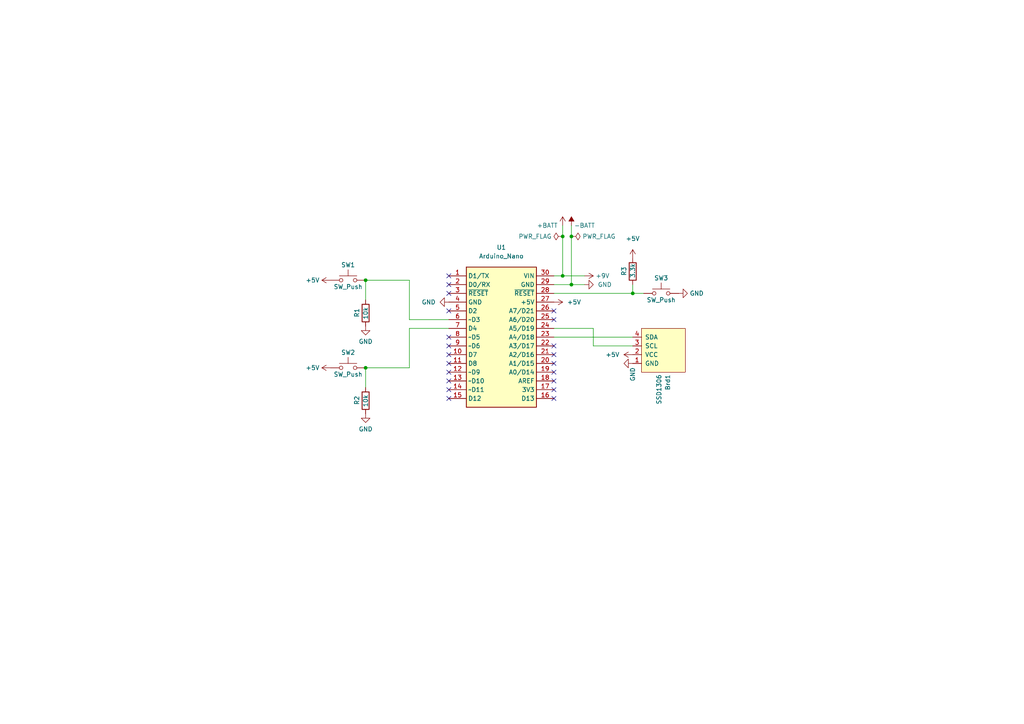
<source format=kicad_sch>
(kicad_sch (version 20211123) (generator eeschema)
  (paper "A4")
  (lib_symbols
    (symbol "Arduino:Arduino_Nano"
      (property "Reference" "U" (at -10.16 24.13 0))
      (property "Value" "Arduino_Nano" (at -10.16 22.86 0))
      (symbol "Arduino_Nano_0_1"
        (rectangle (start -10.16 20.32) (end 10.16 -20.32) (stroke (width 0.254)) (fill (type background)))
      )
      (symbol "Arduino_Nano_1_1"
        (pin bidirectional line (at -15.24 17.78 0) (length 5.08) (name "D1/TX") (number "1"))
        (pin bidirectional line (at -15.24 -5.08 0) (length 5.08) (name "D7") (number "10"))
        (pin bidirectional line (at -15.24 -7.62 0) (length 5.08) (name "D8") (number "11"))
        (pin bidirectional line (at -15.24 -10.16 0) (length 5.08) (name "~D9") (number "12"))
        (pin bidirectional line (at -15.24 -12.7 0) (length 5.08) (name "~D10") (number "13"))
        (pin bidirectional line (at -15.24 -15.24 0) (length 5.08) (name "~D11") (number "14"))
        (pin bidirectional line (at -15.24 -17.78 0) (length 5.08) (name "D12") (number "15"))
        (pin bidirectional line (at 15.24 -17.78 180) (length 5.08) (name "D13") (number "16"))
        (pin power_out line (at 15.24 -15.24 180) (length 5.08) (name "3V3") (number "17"))
        (pin input line (at 15.24 -12.7 180) (length 5.08) (name "AREF") (number "18"))
        (pin bidirectional line (at 15.24 -10.16 180) (length 5.08) (name "A0/D14") (number "19"))
        (pin bidirectional line (at -15.24 15.24 0) (length 5.08) (name "D0/RX") (number "2"))
        (pin bidirectional line (at 15.24 -7.62 180) (length 5.08) (name "A1/D15") (number "20"))
        (pin bidirectional line (at 15.24 -5.08 180) (length 5.08) (name "A2/D16") (number "21"))
        (pin bidirectional line (at 15.24 -2.54 180) (length 5.08) (name "A3/D17") (number "22"))
        (pin bidirectional line (at 15.24 0 180) (length 5.08) (name "A4/D18") (number "23"))
        (pin bidirectional line (at 15.24 2.54 180) (length 5.08) (name "A5/D19") (number "24"))
        (pin bidirectional line (at 15.24 5.08 180) (length 5.08) (name "A6/D20") (number "25"))
        (pin bidirectional line (at 15.24 7.62 180) (length 5.08) (name "A7/D21") (number "26"))
        (pin power_out line (at 15.24 10.16 180) (length 5.08) (name "+5V") (number "27"))
        (pin input line (at 15.24 12.7 180) (length 5.08) (name "~{RESET}") (number "28"))
        (pin power_in line (at 15.24 15.24 180) (length 5.08) (name "GND") (number "29"))
        (pin input line (at -15.24 12.7 0) (length 5.08) (name "~{RESET}") (number "3"))
        (pin power_in line (at 15.24 17.78 180) (length 5.08) (name "VIN") (number "30"))
        (pin power_in line (at -15.24 10.16 0) (length 5.08) (name "GND") (number "4"))
        (pin bidirectional line (at -15.24 7.62 0) (length 5.08) (name "D2") (number "5"))
        (pin bidirectional line (at -15.24 5.08 0) (length 5.08) (name "~D3") (number "6"))
        (pin bidirectional line (at -15.24 2.54 0) (length 5.08) (name "D4") (number "7"))
        (pin bidirectional line (at -15.24 0 0) (length 5.08) (name "~D5") (number "8"))
        (pin bidirectional line (at -15.24 -2.54 0) (length 5.08) (name "~D6") (number "9"))
      )
    )
    (symbol "Device:R" (pin_numbers hide) (pin_names (offset 0))
      (property "Reference" "R" (at 2.032 0 90))
      (property "Value" "R" (at 0 0 90))
      (symbol "R_0_1"
        (rectangle (start -1.016 -2.54) (end 1.016 2.54) (stroke (width 0.254)))
      )
      (symbol "R_1_1"
        (pin passive line (at 0 3.81 270) (length 1.27) (name "~") (number "1"))
        (pin passive line (at 0 -3.81 90) (length 1.27) (name "~") (number "2"))
      )
    )
    (symbol "SSD1306-128x64_OLED:SSD1306" (pin_names (offset 1.016))
      (property "Reference" "Brd" (at 0 -3.81 0))
      (property "Value" "SSD1306" (at 0 -1.27 0))
      (symbol "SSD1306_0_1"
        (rectangle (start -6.35 6.35) (end 6.35 -6.35) (fill (type background)))
      )
      (symbol "SSD1306_1_1"
        (pin input line (at -3.81 8.89 270) (length 2.54) (name "GND") (number "1"))
        (pin input line (at -1.27 8.89 270) (length 2.54) (name "VCC") (number "2"))
        (pin input line (at 1.27 8.89 270) (length 2.54) (name "SCL") (number "3"))
        (pin input line (at 3.81 8.89 270) (length 2.54) (name "SDA") (number "4"))
      )
    )
    (symbol "Switch:SW_Push" (pin_numbers hide) (pin_names (offset 1.016) hide)
      (property "Reference" "SW" (at 1.27 2.54 0))
      (property "Value" "SW_Push" (at 0 -1.524 0))
      (symbol "SW_Push_0_1"
        (circle (center -2.032 0) (radius 0.508))
        (polyline (pts (xy 0 1.27) (xy 0 3.048)))
        (polyline (pts (xy 2.54 1.27) (xy -2.54 1.27)))
        (circle (center 2.032 0) (radius 0.508))
        (pin passive line (at -5.08 0 0) (length 2.54) (name "1") (number "1"))
        (pin passive line (at 5.08 0 180) (length 2.54) (name "2") (number "2"))
      )
    )
    (symbol "power:+5V" (power) (pin_names (offset 0))
      (property "Value" "+5V" (at 0 3.556 0))
      (symbol "+5V_0_1"
        (polyline (pts (xy -0.762 1.27) (xy 0 2.54)))
        (polyline (pts (xy 0 0) (xy 0 2.54)))
        (polyline (pts (xy 0 2.54) (xy 0.762 1.27)))
      )
      (symbol "+5V_1_1"
        (pin power_in line (at 0 0 90) (length 0) hide (name "+5V") (number "1"))
      )
    )
    (symbol "power:+9V" (power) (pin_names (offset 0))
      (property "Value" "+9V" (at 0 3.556 0))
      (symbol "+9V_0_1"
        (polyline (pts (xy -0.762 1.27) (xy 0 2.54)))
        (polyline (pts (xy 0 0) (xy 0 2.54)))
        (polyline (pts (xy 0 2.54) (xy 0.762 1.27)))
      )
      (symbol "+9V_1_1"
        (pin power_in line (at 0 0 90) (length 0) hide (name "+9V") (number "1"))
      )
    )
    (symbol "power:+BATT" (power) (pin_names (offset 0))
      (property "Value" "+BATT" (at 0 3.556 0))
      (symbol "+BATT_0_1"
        (polyline (pts (xy -0.762 1.27) (xy 0 2.54)))
        (polyline (pts (xy 0 0) (xy 0 2.54)))
        (polyline (pts (xy 0 2.54) (xy 0.762 1.27)))
      )
      (symbol "+BATT_1_1"
        (pin power_in line (at 0 0 90) (length 0) hide (name "+BATT") (number "1"))
      )
    )
    (symbol "power:-BATT" (power) (pin_names (offset 0))
      (property "Value" "-BATT" (at 0 3.556 0))
      (symbol "-BATT_0_1"
        (polyline (pts (xy 0 0) (xy 0 2.54)))
        (polyline (pts (xy 0.762 1.27) (xy -0.762 1.27) (xy 0 2.54) (xy 0.762 1.27)) (fill (type outline)))
      )
      (symbol "-BATT_1_1"
        (pin power_in line (at 0 0 90) (length 0) hide (name "-BATT") (number "1"))
      )
    )
    (symbol "power:GND" (power) (pin_names (offset 0))
      (property "Value" "GND" (at 0 -3.81 0))
      (symbol "GND_0_1"
        (polyline (pts (xy 0 0) (xy 0 -1.27) (xy 1.27 -1.27) (xy 0 -2.54) (xy -1.27 -1.27) (xy 0 -1.27)))
      )
      (symbol "GND_1_1"
        (pin power_in line (at 0 0 270) (length 0) hide (name "GND") (number "1"))
      )
    )
    (symbol "power:PWR_FLAG" (power) (pin_numbers hide) (pin_names (offset 0) hide)
      (property "Value" "PWR_FLAG" (at 0 3.81 0))
      (symbol "PWR_FLAG_0_0"
        (pin power_out line (at 0 0 90) (length 0) (name "pwr") (number "1"))
      )
      (symbol "PWR_FLAG_0_1"
        (polyline (pts (xy 0 0) (xy 0 1.27) (xy -1.016 1.905) (xy 0 2.54) (xy 1.016 1.905) (xy 0 1.27)))
      )
    )
  )
  (junction (at 183.515 85.09))
  (junction (at 165.735 82.55))
  (junction (at 163.195 80.01))
  (junction (at 106.045 81.28))
  (junction (at 163.195 68.58))
  (junction (at 165.735 68.58))
  (junction (at 106.045 106.68))
  (no_connect (at 130.175 105.41))
  (no_connect (at 130.175 110.49))
  (no_connect (at 130.175 100.33))
  (no_connect (at 130.175 102.87))
  (no_connect (at 130.175 107.95))
  (no_connect (at 130.175 113.03))
  (no_connect (at 130.175 115.57))
  (no_connect (at 130.175 97.79))
  (no_connect (at 160.655 102.87))
  (no_connect (at 160.655 113.03))
  (no_connect (at 160.655 107.95))
  (no_connect (at 160.655 105.41))
  (no_connect (at 160.655 110.49))
  (no_connect (at 160.655 115.57))
  (no_connect (at 130.175 80.01))
  (no_connect (at 130.175 90.17))
  (no_connect (at 160.655 100.33))
  (no_connect (at 160.655 90.17))
  (no_connect (at 160.655 92.71))
  (no_connect (at 130.175 85.09))
  (no_connect (at 130.175 82.55))
  (wire (pts (xy 183.515 82.55) (xy 183.515 85.09)))
  (wire (pts (xy 163.195 80.01) (xy 160.655 80.01)))
  (wire (pts (xy 183.515 85.09) (xy 186.69 85.09)))
  (wire (pts (xy 130.175 95.25) (xy 118.745 95.25)))
  (wire (pts (xy 163.195 80.01) (xy 169.545 80.01)))
  (wire (pts (xy 160.655 95.25) (xy 172.085 95.25)))
  (wire (pts (xy 163.195 65.405) (xy 163.195 68.58)))
  (wire (pts (xy 165.735 82.55) (xy 165.735 68.58)))
  (wire (pts (xy 160.655 85.09) (xy 183.515 85.09)))
  (wire (pts (xy 118.745 92.71) (xy 118.745 81.28)))
  (wire (pts (xy 106.045 81.28) (xy 106.045 86.995)))
  (wire (pts (xy 118.745 95.25) (xy 118.745 106.68)))
  (wire (pts (xy 165.735 68.58) (xy 165.735 65.405)))
  (wire (pts (xy 118.745 106.68) (xy 106.045 106.68)))
  (wire (pts (xy 172.085 100.33) (xy 183.515 100.33)))
  (wire (pts (xy 172.085 95.25) (xy 172.085 100.33)))
  (wire (pts (xy 130.175 92.71) (xy 118.745 92.71)))
  (wire (pts (xy 118.745 81.28) (xy 106.045 81.28)))
  (wire (pts (xy 163.195 68.58) (xy 163.195 80.01)))
  (wire (pts (xy 106.045 106.68) (xy 106.045 112.395)))
  (wire (pts (xy 160.655 97.79) (xy 183.515 97.79)))
  (wire (pts (xy 160.655 82.55) (xy 165.735 82.55)))
  (wire (pts (xy 165.735 82.55) (xy 169.545 82.55)))
  (symbol (lib_id "power:+5V") (at 160.655 87.63 270) (unit 1)
    (property "Reference" "#PWR0105" (effects hide))
    (property "Value" "+5V" (at 164.465 87.6299 90) (effects (justify left)))
  )
  (symbol (lib_id "power:+5V") (at 183.515 102.87 90) (unit 1)
    (property "Reference" "#PWR0104" (effects hide))
    (property "Value" "+5V" (at 179.705 102.8699 90) (effects (justify left)))
  )
  (symbol (lib_id "power:+BATT") (at 163.195 65.405 0) (unit 1)
    (property "Reference" "#PWR0109" (effects hide))
    (property "Value" "+BATT" (at 158.75 65.405 0))
  )
  (symbol (lib_id "power:PWR_FLAG") (at 165.735 68.58 270) (unit 1)
    (property "Reference" "#FLG0102" (effects hide))
    (property "Value" "PWR_FLAG" (at 168.91 68.5799 90) (effects (justify left)))
  )
  (symbol (lib_id "Switch:SW_Push") (at 100.965 106.68 0) (mirror y) (unit 1)
    (property "Reference" "SW2" (at 100.965 102.235 0))
    (property "Value" "SW_Push" (at 100.965 108.585 0))
    (property "Footprint" "Button_Switch_THT:SW_PUSH_6mm" (effects hide))
  )
  (symbol (lib_id "Device:R") (at 106.045 90.805 0) (mirror y) (unit 1)
    (property "Reference" "R1" (at 103.505 92.075 90) (effects (justify left)))
    (property "Value" "10k" (at 106.045 92.71 90) (effects (justify left)))
    (property "Footprint" "Resistor_SMD:R_0805_2012Metric" (effects hide))
  )
  (symbol (lib_id "Device:R") (at 183.515 78.74 0) (unit 1)
    (property "Reference" "R3" (at 180.975 80.01 90) (effects (justify left)))
    (property "Value" "3.3k" (at 183.515 80.645 90) (effects (justify left)))
    (property "Footprint" "Resistor_SMD:R_0805_2012Metric" (effects hide))
  )
  (symbol (lib_id "power:+5V") (at 95.885 81.28 90) (unit 1)
    (property "Reference" "#PWR0102" (effects hide))
    (property "Value" "+5V" (at 92.71 81.2799 90) (effects (justify left)))
  )
  (symbol (lib_id "power:PWR_FLAG") (at 163.195 68.58 90) (unit 1)
    (property "Reference" "#FLG0101" (effects hide))
    (property "Value" "PWR_FLAG" (at 160.02 68.5799 90) (effects (justify left)))
  )
  (symbol (lib_id "Arduino:Arduino_Nano") (at 145.415 97.79 0) (unit 1)
    (property "Reference" "U1" (at 145.415 71.755 0))
    (property "Value" "Arduino_Nano" (at 145.415 74.295 0))
    (property "Footprint" "Arduino:Arduino_Nano" (effects hide))
    (property "Datasheet" "https://store.arduino.cc/usa/arduino-nano" (effects hide))
  )
  (symbol (lib_id "Switch:SW_Push") (at 191.77 85.09 0) (unit 1)
    (property "Reference" "SW3" (at 191.77 80.645 0))
    (property "Value" "SW_Push" (at 191.77 86.995 0))
    (property "Footprint" "Button_Switch_THT:SW_PUSH_6mm" (effects hide))
  )
  (symbol (lib_id "power:+5V") (at 183.515 74.93 0) (unit 1)
    (property "Reference" "#PWR0107" (effects hide))
    (property "Value" "+5V" (at 183.515 69.215 0))
  )
  (symbol (lib_id "power:+5V") (at 95.885 106.68 90) (unit 1)
    (property "Reference" "#PWR0103" (effects hide))
    (property "Value" "+5V" (at 92.71 106.6799 90) (effects (justify left)))
  )
  (symbol (lib_id "power:+9V") (at 169.545 80.01 270) (unit 1)
    (property "Reference" "#PWR0106" (effects hide))
    (property "Value" "+9V" (at 172.72 80.0099 90) (effects (justify left)))
  )
  (symbol (lib_id "Device:R") (at 106.045 116.205 0) (mirror y) (unit 1)
    (property "Reference" "R2" (at 103.505 117.475 90) (effects (justify left)))
    (property "Value" "10k" (at 106.045 118.11 90) (effects (justify left)))
    (property "Footprint" "Resistor_SMD:R_0805_2012Metric" (effects hide))
  )
  (symbol (lib_id "power:GND") (at 130.175 87.63 270) (unit 1)
    (property "Reference" "#PWR0101" (effects hide))
    (property "Value" "GND" (at 126.365 87.6299 90) (effects (justify right)))
  )
  (symbol (lib_id "power:GND") (at 183.515 105.41 270) (unit 1)
    (property "Reference" "#PWR09" (effects hide))
    (property "Value" "GND" (at 183.515 108.585 0))
  )
  (symbol (lib_id "power:GND") (at 196.85 85.09 90) (unit 1)
    (property "Reference" "#PWR010" (effects hide))
    (property "Value" "GND" (at 200.025 85.0899 90) (effects (justify right)))
  )
  (symbol (lib_id "Switch:SW_Push") (at 100.965 81.28 0) (mirror y) (unit 1)
    (property "Reference" "SW1" (at 100.965 76.835 0))
    (property "Value" "SW_Push" (at 100.965 83.185 0))
    (property "Footprint" "Button_Switch_THT:SW_PUSH_6mm" (effects hide))
  )
  (symbol (lib_id "power:GND") (at 106.045 94.615 0) (mirror y) (unit 1)
    (property "Reference" "#PWR02" (effects hide))
    (property "Value" "GND" (at 106.045 99.06 0))
  )
  (symbol (lib_id "power:-BATT") (at 165.735 65.405 0) (unit 1)
    (property "Reference" "#PWR0108" (effects hide))
    (property "Value" "-BATT" (at 169.545 65.405 0))
  )
  (symbol (lib_id "power:GND") (at 106.045 120.015 0) (mirror y) (unit 1)
    (property "Reference" "#PWR04" (effects hide))
    (property "Value" "GND" (at 106.045 124.46 0))
  )
  (symbol (lib_id "power:GND") (at 169.545 82.55 90) (unit 1)
    (property "Reference" "#PWR01" (effects hide))
    (property "Value" "GND" (at 173.355 82.5499 90) (effects (justify right)))
  )
  (symbol (lib_id "SSD1306-128x64_OLED:SSD1306") (at 192.405 101.6 90) (unit 1)
    (property "Reference" "Brd1" (at 193.6751 108.585 0) (effects (justify right)))
    (property "Value" "SSD1306" (at 191.1351 108.585 0) (effects (justify right)))
    (property "Footprint" "Display:Adafruit_SSD1306_No_Mounting_Holes" (effects hide))
  )
)
</source>
